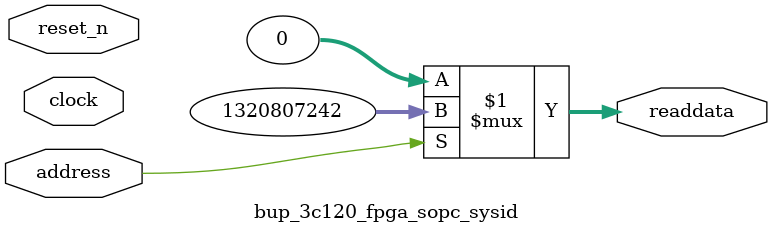
<source format=v>

`timescale 1ns / 1ps
// synthesis translate_on

// turn off superfluous verilog processor warnings 
// altera message_level Level1 
// altera message_off 10034 10035 10036 10037 10230 10240 10030 

module bup_3c120_fpga_sopc_sysid (
               // inputs:
                address,
                clock,
                reset_n,

               // outputs:
                readdata
             )
;

  output  [ 31: 0] readdata;
  input            address;
  input            clock;
  input            reset_n;

  wire    [ 31: 0] readdata;
  //control_slave, which is an e_avalon_slave
  assign readdata = address ? 1320807242 : 0;

endmodule




</source>
